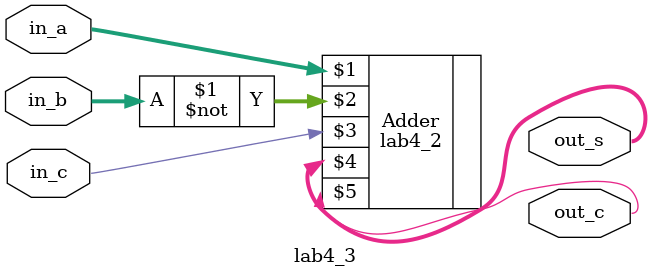
<source format=v>
/* CSED273 lab4 experiment 3 */
/* lab4_3.v */
/* 20220100 박기현 */

/* Implement 5-Bit Ripple Subtractor
 * You must use lab4_2 module in lab4_2.v
 * You may use keword "assign" and bitwise operator
 * or just implement with gate-level modeling*/
module lab4_3(
    input [4:0] in_a,
    input [4:0] in_b,
    input in_c,
    output [4:0] out_s,
    output out_c
    );

    ////////////////////////
    lab4_2 Adder (in_a, ~in_b, in_c, out_s, out_c);
    ////////////////////////

endmodule
</source>
